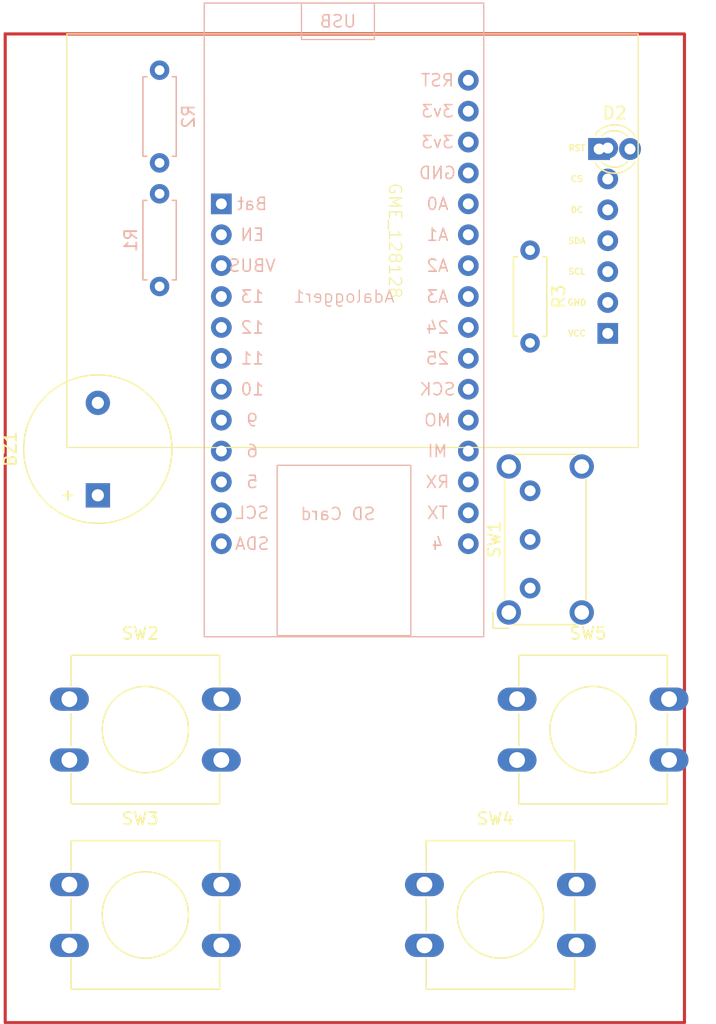
<source format=kicad_pcb>
(kicad_pcb (version 20241229) (generator "pcbnew") (generator_version "9.0")
  (layers (0 "F.Cu" signal) (2 "B.Cu" signal) (13 "F.Paste" user) (15 "B.Paste" user) (5 "F.SilkS" user "F.Silkscreen") (7 "B.SilkS" user "B.Silkscreen") (1 "F.Mask" user) (3 "B.Mask" user) (25 "Edge.Cuts" user))
  (net 0 "")
  (net 2 "Net-(Adalogger1-VBAT)")
  (net 4 "+3V3")
  (net 5 "Net-(Adalogger1-A0{slash}GPIO26)")
  (net 6 "Net-(Adalogger1-D24{slash}GPIO24)")
  (net 8 "Net-(Adalogger1-A1{slash}GPIO27)")
  (net 9 "GND")
  (net 14 "Net-(Adalogger1-EN)")
  (net 15 "Net-(Adalogger1-A3{slash}GPIO29)")
  (net 16 "Net-(Adalogger1-D12{slash}GPIO12)")
  (net 19 "Net-(Adalogger1-D11{slash}GPIO11)")
  (net 20 "Net-(Adalogger1-D10{slash}GPIO10)")
  (net 21 "Net-(Adalogger1-D9{slash}GPIO9)")
  (net 22 "Net-(Adalogger1-D6{slash}GPIO6)")
  (net 23 "Net-(Adalogger1-D13{slash}GPIO13)")
  (net 24 "Net-(Adalogger1-A2{slash}GPIO28)")
  (net 26 "Net-(Adalogger1-D25{slash}GPIO25)")
  (net 29 "Net-(D2-A)")
  (footprint "LED_THT:LED_D3.0mm" (layer "F.Cu") (at 213.96 75.5)
    (property "Reference" "D2" (at 1.27 -2.96 0) (layer "F.SilkS"))
    (property "Value" "LED")
    (fp_line (start -0.29 -1.236) (end -0.29 -1.08) (stroke (width 0.12)) (layer "F.SilkS"))
    (fp_line (start -0.29 1.08) (end -0.29 1.236) (stroke (width 0.12)) (layer "F.SilkS"))
    (fp_arc (start -0.29 -1.235516) (mid 1.36566 -1.987699) (end 2.941437 -1.08) (stroke (width 0.12)) (layer "F.SilkS"))
    (fp_arc (start 0.229039 -1.08) (mid 1.27 -1.5) (end 2.310961 -1.08) (stroke (width 0.12)) (layer "F.SilkS"))
    (fp_arc (start 2.310961 1.08) (mid 1.27 1.5) (end 0.229039 1.08) (stroke (width 0.12)) (layer "F.SilkS"))
    (fp_arc (start 2.941437 1.08) (mid 1.36566 1.987699) (end -0.29 1.235516) (stroke (width 0.12)) (layer "F.SilkS"))
    (pad "1" thru_hole rect (at 0 0) (size 1.8 1.8) (drill 0.9) (layers "*.Cu" "*.Mask") (net 9 "GND"))
    (pad "2" thru_hole circle (at 2.54 0) (size 1.8 1.8) (drill 0.9) (layers "*.Cu" "*.Mask") (net 29 "Net-(D2-A)"))
  )
  (footprint "Button_Switch_THT:SW_PUSH-12mm" (layer "F.Cu") (at 199.59 135.97)
    (property "Reference" "SW4" (at 5.83 -5.41 0) (layer "F.SilkS"))
    (property "Value" "SW_Push")
    (fp_line (start 0.14 -3.61) (end 0.14 -1.1) (stroke (width 0.12)) (layer "F.SilkS"))
    (fp_line (start 0.14 -3.61) (end 12.36 -3.61) (stroke (width 0.12)) (layer "F.SilkS"))
    (fp_line (start 0.14 1.2) (end 0.14 3.8) (stroke (width 0.12)) (layer "F.SilkS"))
    (fp_line (start 0.14 6.1) (end 0.14 8.61) (stroke (width 0.12)) (layer "F.SilkS"))
    (fp_line (start 12.36 -3.61) (end 12.36 -1.1) (stroke (width 0.12)) (layer "F.SilkS"))
    (fp_line (start 12.36 1.2) (end 12.36 3.8) (stroke (width 0.12)) (layer "F.SilkS"))
    (fp_line (start 12.36 6.1) (end 12.36 8.61) (stroke (width 0.12)) (layer "F.SilkS"))
    (fp_line (start 12.36 8.61) (end 0.14 8.61) (stroke (width 0.12)) (layer "F.SilkS"))
    (fp_circle (center 6.25 2.5) (end 9.8 2.5) (stroke (width 0.12)) (fill no) (layer "F.SilkS"))
    (pad "1" thru_hole oval (at 0 0) (size 3.2 1.9) (drill 1.3) (layers "*.Cu" "*.Mask") (net 6 "Net-(Adalogger1-D24{slash}GPIO24)"))
    (pad "1" thru_hole oval (at 12.5 0) (size 3.2 1.9) (drill 1.3) (layers "*.Cu" "*.Mask") (net 6 "Net-(Adalogger1-D24{slash}GPIO24)"))
    (pad "2" thru_hole oval (at 0 5) (size 3.2 1.9) (drill 1.3) (layers "*.Cu" "*.Mask") (net 9 "GND"))
    (pad "2" thru_hole oval (at 12.5 5) (size 3.2 1.9) (drill 1.3) (layers "*.Cu" "*.Mask") (net 9 "GND"))
  )
  (footprint "Button_Switch_THT:SW_PUSH-12mm" (layer "F.Cu") (at 170.38 120.73)
    (property "Reference" "SW2" (at 5.83 -5.41 0) (layer "F.SilkS"))
    (property "Value" "SW_Push")
    (fp_line (start 0.14 -3.61) (end 0.14 -1.1) (stroke (width 0.12)) (layer "F.SilkS"))
    (fp_line (start 0.14 -3.61) (end 12.36 -3.61) (stroke (width 0.12)) (layer "F.SilkS"))
    (fp_line (start 0.14 1.2) (end 0.14 3.8) (stroke (width 0.12)) (layer "F.SilkS"))
    (fp_line (start 0.14 6.1) (end 0.14 8.61) (stroke (width 0.12)) (layer "F.SilkS"))
    (fp_line (start 12.36 -3.61) (end 12.36 -1.1) (stroke (width 0.12)) (layer "F.SilkS"))
    (fp_line (start 12.36 1.2) (end 12.36 3.8) (stroke (width 0.12)) (layer "F.SilkS"))
    (fp_line (start 12.36 6.1) (end 12.36 8.61) (stroke (width 0.12)) (layer "F.SilkS"))
    (fp_line (start 12.36 8.61) (end 0.14 8.61) (stroke (width 0.12)) (layer "F.SilkS"))
    (fp_circle (center 6.25 2.5) (end 9.8 2.5) (stroke (width 0.12)) (fill no) (layer "F.SilkS"))
    (pad "1" thru_hole oval (at 0 0) (size 3.2 1.9) (drill 1.3) (layers "*.Cu" "*.Mask") (net 24 "Net-(Adalogger1-A2{slash}GPIO28)"))
    (pad "1" thru_hole oval (at 12.5 0) (size 3.2 1.9) (drill 1.3) (layers "*.Cu" "*.Mask") (net 24 "Net-(Adalogger1-A2{slash}GPIO28)"))
    (pad "2" thru_hole oval (at 0 5) (size 3.2 1.9) (drill 1.3) (layers "*.Cu" "*.Mask") (net 9 "GND"))
    (pad "2" thru_hole oval (at 12.5 5) (size 3.2 1.9) (drill 1.3) (layers "*.Cu" "*.Mask") (net 9 "GND"))
  )
  (footprint "15_GME_128128_01_SPI_SH1107:128128_SPI_SH1107" (layer "F.Cu") (at 217.17 66.04 -90)
    (property "Reference" "GME_128128" (at 17 20 270) (layer "F.SilkS") (effects (font (thickness 0.1))))
    (property "Value" "SH1107")
    (fp_line (start 0 47) (end 0 0) (stroke (width 0.1)) (layer "F.SilkS"))
    (fp_line (start 34 47) (end 0 47) (stroke (width 0.1)) (layer "F.SilkS"))
    (fp_line (start 0 0) (end 34 0) (stroke (width 0.1)) (layer "F.SilkS"))
    (fp_line (start 34 0) (end 34 47) (stroke (width 0.1)) (layer "F.SilkS"))
    (fp_text user "SDA" (at 17 5.04 0) (layer "F.SilkS") (effects (font (size 0.5 0.5) (thickness 0.1))))
    (fp_text user "GND" (at 22.08 5.04 0) (layer "F.SilkS") (effects (font (size 0.5 0.5) (thickness 0.1))))
    (fp_text user "RST" (at 9.38 5.04 0) (layer "F.SilkS") (effects (font (size 0.5 0.5) (thickness 0.1))))
    (fp_text user "DC" (at 14.46 5.04 0) (layer "F.SilkS") (effects (font (size 0.5 0.5) (thickness 0.1))))
    (fp_text user "CS" (at 11.92 5.04 0) (layer "F.SilkS") (effects (font (size 0.5 0.5) (thickness 0.1))))
    (fp_text user "VCC" (at 24.62 5.04 0) (layer "F.SilkS") (effects (font (size 0.5 0.5) (thickness 0.1))))
    (fp_text user "SCL" (at 19.54 5.04 0) (layer "F.SilkS") (effects (font (size 0.5 0.5) (thickness 0.1))))
    (pad "1" thru_hole rect (at 24.62 2.5 270) (size 1.7 1.7) (drill 0.9) (layers "*.Cu" "*.Mask") (net 4 "+3V3"))
    (pad "2" thru_hole circle (at 22.08 2.5 270) (size 1.7 1.7) (drill 0.9) (layers "*.Cu" "*.Mask") (net 9 "GND"))
    (pad "3" thru_hole circle (at 19.54 2.5 270) (size 1.7 1.7) (drill 0.9) (layers "*.Cu" "*.Mask") (net 23 "Net-(Adalogger1-D13{slash}GPIO13)"))
    (pad "4" thru_hole circle (at 17 2.5 270) (size 1.7 1.7) (drill 0.9) (layers "*.Cu" "*.Mask") (net 16 "Net-(Adalogger1-D12{slash}GPIO12)"))
    (pad "5" thru_hole circle (at 14.46 2.5 270) (size 1.7 1.7) (drill 0.9) (layers "*.Cu" "*.Mask") (net 19 "Net-(Adalogger1-D11{slash}GPIO11)"))
    (pad "6" thru_hole circle (at 11.92 2.5 270) (size 1.7 1.7) (drill 0.9) (layers "*.Cu" "*.Mask") (net 20 "Net-(Adalogger1-D10{slash}GPIO10)"))
    (pad "7" thru_hole circle (at 9.38 2.5 270) (size 1.7 1.7) (drill 0.9) (layers "*.Cu" "*.Mask") (net 21 "Net-(Adalogger1-D9{slash}GPIO9)"))
  )
  (footprint "Button_Switch_THT:SW_PUSH-12mm" (layer "F.Cu") (at 207.21 120.73)
    (property "Reference" "SW5" (at 5.83 -5.41 0) (layer "F.SilkS"))
    (property "Value" "SW_Push")
    (fp_line (start 0.14 -3.61) (end 0.14 -1.1) (stroke (width 0.12)) (layer "F.SilkS"))
    (fp_line (start 0.14 -3.61) (end 12.36 -3.61) (stroke (width 0.12)) (layer "F.SilkS"))
    (fp_line (start 0.14 1.2) (end 0.14 3.8) (stroke (width 0.12)) (layer "F.SilkS"))
    (fp_line (start 0.14 6.1) (end 0.14 8.61) (stroke (width 0.12)) (layer "F.SilkS"))
    (fp_line (start 12.36 -3.61) (end 12.36 -1.1) (stroke (width 0.12)) (layer "F.SilkS"))
    (fp_line (start 12.36 1.2) (end 12.36 3.8) (stroke (width 0.12)) (layer "F.SilkS"))
    (fp_line (start 12.36 6.1) (end 12.36 8.61) (stroke (width 0.12)) (layer "F.SilkS"))
    (fp_line (start 12.36 8.61) (end 0.14 8.61) (stroke (width 0.12)) (layer "F.SilkS"))
    (fp_circle (center 6.25 2.5) (end 9.8 2.5) (stroke (width 0.12)) (fill no) (layer "F.SilkS"))
    (pad "1" thru_hole oval (at 0 0) (size 3.2 1.9) (drill 1.3) (layers "*.Cu" "*.Mask") (net 15 "Net-(Adalogger1-A3{slash}GPIO29)"))
    (pad "1" thru_hole oval (at 12.5 0) (size 3.2 1.9) (drill 1.3) (layers "*.Cu" "*.Mask") (net 15 "Net-(Adalogger1-A3{slash}GPIO29)"))
    (pad "2" thru_hole oval (at 0 5) (size 3.2 1.9) (drill 1.3) (layers "*.Cu" "*.Mask") (net 9 "GND"))
    (pad "2" thru_hole oval (at 12.5 5) (size 3.2 1.9) (drill 1.3) (layers "*.Cu" "*.Mask") (net 9 "GND"))
  )
  (footprint "Buzzer_Beeper:Buzzer_12x9.5RM7.6" (layer "F.Cu") (at 172.72 103.97 90)
    (property "Reference" "BZ1" (at 3.8 -7.2 90) (layer "F.SilkS"))
    (property "Value" "Buzzer")
    (fp_circle (center 3.8 0) (end 9.9 0) (stroke (width 0.12)) (fill no) (layer "F.SilkS"))
    (fp_text user "+" (at -0.01 -2.54 90) (layer "F.SilkS"))
    (pad "1" thru_hole rect (at 0 0 90) (size 2 2) (drill 1) (layers "*.Cu" "*.Mask") (net 26 "Net-(Adalogger1-D25{slash}GPIO25)"))
    (pad "2" thru_hole circle (at 7.6 0 90) (size 2 2) (drill 1) (layers "*.Cu" "*.Mask") (net 9 "GND"))
  )
  (footprint "Button_Switch_THT:SW_PUSH-12mm" (layer "F.Cu") (at 170.38 135.97)
    (property "Reference" "SW3" (at 5.83 -5.41 0) (layer "F.SilkS"))
    (property "Value" "SW_Push")
    (fp_line (start 0.14 -3.61) (end 0.14 -1.1) (stroke (width 0.12)) (layer "F.SilkS"))
    (fp_line (start 0.14 -3.61) (end 12.36 -3.61) (stroke (width 0.12)) (layer "F.SilkS"))
    (fp_line (start 0.14 1.2) (end 0.14 3.8) (stroke (width 0.12)) (layer "F.SilkS"))
    (fp_line (start 0.14 6.1) (end 0.14 8.61) (stroke (width 0.12)) (layer "F.SilkS"))
    (fp_line (start 12.36 -3.61) (end 12.36 -1.1) (stroke (width 0.12)) (layer "F.SilkS"))
    (fp_line (start 12.36 1.2) (end 12.36 3.8) (stroke (width 0.12)) (layer "F.SilkS"))
    (fp_line (start 12.36 6.1) (end 12.36 8.61) (stroke (width 0.12)) (layer "F.SilkS"))
    (fp_line (start 12.36 8.61) (end 0.14 8.61) (stroke (width 0.12)) (layer "F.SilkS"))
    (fp_circle (center 6.25 2.5) (end 9.8 2.5) (stroke (width 0.12)) (fill no) (layer "F.SilkS"))
    (pad "1" thru_hole oval (at 0 0) (size 3.2 1.9) (drill 1.3) (layers "*.Cu" "*.Mask") (net 8 "Net-(Adalogger1-A1{slash}GPIO27)"))
    (pad "1" thru_hole oval (at 12.5 0) (size 3.2 1.9) (drill 1.3) (layers "*.Cu" "*.Mask") (net 8 "Net-(Adalogger1-A1{slash}GPIO27)"))
    (pad "2" thru_hole oval (at 0 5) (size 3.2 1.9) (drill 1.3) (layers "*.Cu" "*.Mask") (net 9 "GND"))
    (pad "2" thru_hole oval (at 12.5 5) (size 3.2 1.9) (drill 1.3) (layers "*.Cu" "*.Mask") (net 9 "GND"))
  )
  (footprint "Button_Switch_THT:SW_E-Switch_EG1224_SPDT_Angled" (layer "F.Cu") (at 208.28 111.6 90)
    (property "Reference" "SW1" (at 4 -2.95 90) (layer "F.SilkS"))
    (property "Value" "SW_SPDT")
    (fp_line (start -3.3 -3.05) (end -2 -3.05) (stroke (width 0.12)) (layer "F.SilkS"))
    (fp_line (start -0.95 -2.1) (end 8.95 -2.1) (stroke (width 0.12)) (layer "F.SilkS"))
    (fp_line (start -3.3 -1.75) (end -3.3 -3.05) (stroke (width 0.12)) (layer "F.SilkS"))
    (fp_line (start 11 -1.35) (end 11 3.85) (stroke (width 0.12)) (layer "F.SilkS"))
    (fp_line (start -3 3.85) (end -3 -1.35) (stroke (width 0.12)) (layer "F.SilkS"))
    (fp_line (start 8.95 4.6) (end -0.95 4.6) (stroke (width 0.12)) (layer "F.SilkS"))
    (pad "" thru_hole circle (at -2 -1.75 90) (size 2 2) (drill 1.2) (layers "*.Cu" "*.Mask"))
    (pad "" thru_hole circle (at -2 4.25 90) (size 2 2) (drill 1.2) (layers "*.Cu" "*.Mask"))
    (pad "" thru_hole circle (at 10 -1.75 90) (size 2 2) (drill 1.2) (layers "*.Cu" "*.Mask"))
    (pad "" thru_hole circle (at 10 4.25 90) (size 2 2) (drill 1.2) (layers "*.Cu" "*.Mask"))
    (pad "1" thru_hole circle (at 0 0 90) (size 1.7 1.7) (drill 0.9) (layers "*.Cu" "*.Mask"))
    (pad "2" thru_hole circle (at 4 0 90) (size 1.7 1.7) (drill 0.9) (layers "*.Cu" "*.Mask") (net 14 "Net-(Adalogger1-EN)"))
    (pad "3" thru_hole circle (at 8 0 90) (size 1.7 1.7) (drill 0.9) (layers "*.Cu" "*.Mask") (net 9 "GND"))
  )
  (footprint "Resistor_THT:R_Axial_DIN0207_L6.3mm_D2.5mm_P7.62mm_Horizontal" (layer "F.Cu") (at 208.28 83.82 -90)
    (property "Reference" "R3" (at 3.81 -2.37 90) (layer "F.SilkS"))
    (property "Value" "1k")
    (fp_line (start 0.54 1.37) (end 7.08 1.37) (stroke (width 0.12)) (layer "F.SilkS"))
    (fp_line (start 7.08 1.37) (end 7.08 1.04) (stroke (width 0.12)) (layer "F.SilkS"))
    (fp_line (start 0.54 1.04) (end 0.54 1.37) (stroke (width 0.12)) (layer "F.SilkS"))
    (fp_line (start 0.54 -1.04) (end 0.54 -1.37) (stroke (width 0.12)) (layer "F.SilkS"))
    (fp_line (start 0.54 -1.37) (end 7.08 -1.37) (stroke (width 0.12)) (layer "F.SilkS"))
    (fp_line (start 7.08 -1.37) (end 7.08 -1.04) (stroke (width 0.12)) (layer "F.SilkS"))
    (pad "1" thru_hole circle (at 0 0 270) (size 1.6 1.6) (drill 0.8) (layers "*.Cu" "*.Mask") (net 22 "Net-(Adalogger1-D6{slash}GPIO6)"))
    (pad "2" thru_hole circle (at 7.62 0 270) (size 1.6 1.6) (drill 0.8) (layers "*.Cu" "*.Mask") (net 29 "Net-(D2-A)"))
  )
  (footprint "Resistor_THT:R_Axial_DIN0207_L6.3mm_D2.5mm_P7.62mm_Horizontal" (layer "B.Cu") (at 177.8 76.64 90)
    (property "Reference" "R2" (at 3.81 2.37 90) (layer "B.SilkS") (effects (justify mirror)))
    (property "Value" "100k")
    (fp_line (start 7.08 -1.37) (end 7.08 -1.04) (stroke (width 0.12)) (layer "B.SilkS"))
    (fp_line (start 0.54 -1.37) (end 7.08 -1.37) (stroke (width 0.12)) (layer "B.SilkS"))
    (fp_line (start 0.54 -1.04) (end 0.54 -1.37) (stroke (width 0.12)) (layer "B.SilkS"))
    (fp_line (start 0.54 1.04) (end 0.54 1.37) (stroke (width 0.12)) (layer "B.SilkS"))
    (fp_line (start 7.08 1.37) (end 7.08 1.04) (stroke (width 0.12)) (layer "B.SilkS"))
    (fp_line (start 0.54 1.37) (end 7.08 1.37) (stroke (width 0.12)) (layer "B.SilkS"))
    (pad "1" thru_hole circle (at 0 0 90) (size 1.6 1.6) (drill 0.8) (layers "*.Cu" "*.Mask") (net 9 "GND"))
    (pad "2" thru_hole circle (at 7.62 0 90) (size 1.6 1.6) (drill 0.8) (layers "*.Cu" "*.Mask") (net 5 "Net-(Adalogger1-A0{slash}GPIO26)"))
  )
  (footprint "Resistor_THT:R_Axial_DIN0207_L6.3mm_D2.5mm_P7.62mm_Horizontal" (layer "B.Cu") (at 177.8 79.18 -90)
    (property "Reference" "R1" (at 3.81 2.37 90) (layer "B.SilkS") (effects (justify mirror)))
    (property "Value" "100k")
    (fp_line (start 0.54 1.37) (end 7.08 1.37) (stroke (width 0.12)) (layer "B.SilkS"))
    (fp_line (start 7.08 1.37) (end 7.08 1.04) (stroke (width 0.12)) (layer "B.SilkS"))
    (fp_line (start 0.54 1.04) (end 0.54 1.37) (stroke (width 0.12)) (layer "B.SilkS"))
    (fp_line (start 0.54 -1.04) (end 0.54 -1.37) (stroke (width 0.12)) (layer "B.SilkS"))
    (fp_line (start 0.54 -1.37) (end 7.08 -1.37) (stroke (width 0.12)) (layer "B.SilkS"))
    (fp_line (start 7.08 -1.37) (end 7.08 -1.04) (stroke (width 0.12)) (layer "B.SilkS"))
    (pad "1" thru_hole circle (at 0 0 270) (size 1.6 1.6) (drill 0.8) (layers "*.Cu" "*.Mask") (net 5 "Net-(Adalogger1-A0{slash}GPIO26)"))
    (pad "2" thru_hole circle (at 7.62 0 270) (size 1.6 1.6) (drill 0.8) (layers "*.Cu" "*.Mask") (net 2 "Net-(Adalogger1-VBAT)"))
  )
  (footprint "adafruit_feather_adalogger_RP2040:Adafruit_Feather_Adalogger_RP2040" (layer "B.Cu") (at 204.47 63.5 180)
    (property "Reference" "Adalogger1" (at 11.5 -24.13 0) (layer "B.SilkS") (effects (font (thickness 0.1)) (justify mirror)))
    (property "Value" "Adafruit Feather Adalogger RP2040")
    (fp_line (start 23 0) (end 23 -52.1) (stroke (width 0.1)) (layer "B.SilkS"))
    (fp_line (start 23 -52.1) (end 0 -52.1) (stroke (width 0.1)) (layer "B.SilkS"))
    (fp_line (start 0 0) (end 23 0) (stroke (width 0.1)) (layer "B.SilkS"))
    (fp_line (start 0 -52.1) (end 0 0) (stroke (width 0.1)) (layer "B.SilkS"))
    (fp_rect (start 9 0) (end 15 -3) (stroke (width 0.1)) (fill no) (layer "B.SilkS"))
    (fp_rect (start 6 -38) (end 17 -52) (stroke (width 0.1)) (fill no) (layer "B.SilkS"))
    (fp_text user "10" (at 19.05 -31.75 0) (layer "B.SilkS") (effects (font (thickness 0.125)) (justify mirror)))
    (fp_text user "SCK" (at 3.81 -31.75 0) (layer "B.SilkS") (effects (font (thickness 0.125)) (justify mirror)))
    (fp_text user "3v3" (at 3.81 -8.89 0) (layer "B.SilkS") (effects (font (thickness 0.125)) (justify mirror)))
    (fp_text user "24" (at 3.81 -26.67 0) (layer "B.SilkS") (effects (font (thickness 0.125)) (justify mirror)))
    (fp_text user "GND" (at 3.81 -13.97 0) (layer "B.SilkS") (effects (font (thickness 0.125)) (justify mirror)))
    (fp_text user "5" (at 19.05 -39.37 0) (layer "B.SilkS") (effects (font (thickness 0.125)) (justify mirror)))
    (fp_text user "MI" (at 3.81 -36.83 0) (layer "B.SilkS") (effects (font (thickness 0.125)) (justify mirror)))
    (fp_text user "11" (at 19.05 -29.21 0) (layer "B.SilkS") (effects (font (thickness 0.125)) (justify mirror)))
    (fp_text user "4" (at 3.81 -44.45 0) (layer "B.SilkS") (effects (font (thickness 0.125)) (justify mirror)))
    (fp_text user "SD Card" (at 12 -42 0) (layer "B.SilkS") (effects (font (thickness 0.125)) (justify mirror)))
    (fp_text user "RX" (at 3.81 -39.37 0) (layer "B.SilkS") (effects (font (thickness 0.125)) (justify mirror)))
    (fp_text user "TX" (at 3.81 -41.91 0) (layer "B.SilkS") (effects (font (thickness 0.125)) (justify mirror)))
    (fp_text user "USB" (at 12 -1.5 0) (layer "B.SilkS") (effects (font (thickness 0.125)) (justify mirror)))
    (fp_text user "13" (at 19.05 -24.13 0) (layer "B.SilkS") (effects (font (thickness 0.125)) (justify mirror)))
    (fp_text user "VBUS" (at 19.05 -21.59 0) (layer "B.SilkS") (effects (font (thickness 0.125)) (justify mirror)))
    (fp_text user "Bat" (at 19.05 -16.51 0) (layer "B.SilkS") (effects (font (thickness 0.125)) (justify mirror)))
    (fp_text user "25" (at 3.81 -29.21 0) (layer "B.SilkS") (effects (font (thickness 0.125)) (justify mirror)))
    (fp_text user "SCL" (at 19.05 -41.91 0) (layer "B.SilkS") (effects (font (thickness 0.125)) (justify mirror)))
    (fp_text user "A2" (at 3.81 -21.59 0) (layer "B.SilkS") (effects (font (thickness 0.125)) (justify mirror)))
    (fp_text user "EN" (at 19.05 -19.05 0) (layer "B.SilkS") (effects (font (thickness 0.125)) (justify mirror)))
    (fp_text user "6" (at 19.05 -36.83 0) (layer "B.SilkS") (effects (font (thickness 0.125)) (justify mirror)))
    (fp_text user "A1" (at 3.81 -19.05 0) (layer "B.SilkS") (effects (font (thickness 0.125)) (justify mirror)))
    (fp_text user "MO" (at 3.81 -34.29 0) (layer "B.SilkS") (effects (font (thickness 0.125)) (justify mirror)))
    (fp_text user "12" (at 19.05 -26.67 0) (layer "B.SilkS") (effects (font (thickness 0.125)) (justify mirror)))
    (fp_text user "SDA" (at 19.05 -44.45 0) (layer "B.SilkS") (effects (font (thickness 0.125)) (justify mirror)))
    (fp_text user "RST" (at 3.81 -6.35 0) (layer "B.SilkS") (effects (font (thickness 0.125)) (justify mirror)))
    (fp_text user "3v3" (at 3.81 -11.43 0) (layer "B.SilkS") (effects (font (thickness 0.125)) (justify mirror)))
    (fp_text user "A3" (at 3.81 -24.13 0) (layer "B.SilkS") (effects (font (thickness 0.125)) (justify mirror)))
    (fp_text user "9" (at 19.05 -34.29 0) (layer "B.SilkS") (effects (font (thickness 0.125)) (justify mirror)))
    (fp_text user "A0" (at 3.81 -16.51 0) (layer "B.SilkS") (effects (font (thickness 0.125)) (justify mirror)))
    (pad "1" thru_hole circle (at 21.59 -44.45 90) (size 1.7 1.7) (drill 0.9) (layers "*.Cu" "*.Mask"))
    (pad "2" thru_hole circle (at 21.59 -41.91 90) (size 1.7 1.7) (drill 0.9) (layers "*.Cu" "*.Mask"))
    (pad "3" thru_hole circle (at 21.59 -39.37 90) (size 1.7 1.7) (drill 0.9) (layers "*.Cu" "*.Mask"))
    (pad "4" thru_hole circle (at 21.59 -36.83 90) (size 1.7 1.7) (drill 0.9) (layers "*.Cu" "*.Mask") (net 22 "Net-(Adalogger1-D6{slash}GPIO6)"))
    (pad "5" thru_hole circle (at 21.59 -34.29 90) (size 1.7 1.7) (drill 0.9) (layers "*.Cu" "*.Mask") (net 21 "Net-(Adalogger1-D9{slash}GPIO9)"))
    (pad "6" thru_hole circle (at 21.59 -31.75 90) (size 1.7 1.7) (drill 0.9) (layers "*.Cu" "*.Mask") (net 20 "Net-(Adalogger1-D10{slash}GPIO10)"))
    (pad "7" thru_hole circle (at 21.59 -29.21 90) (size 1.7 1.7) (drill 0.9) (layers "*.Cu" "*.Mask") (net 19 "Net-(Adalogger1-D11{slash}GPIO11)"))
    (pad "8" thru_hole circle (at 21.59 -26.67 90) (size 1.7 1.7) (drill 0.9) (layers "*.Cu" "*.Mask") (net 16 "Net-(Adalogger1-D12{slash}GPIO12)"))
    (pad "9" thru_hole circle (at 21.59 -24.13 90) (size 1.7 1.7) (drill 0.9) (layers "*.Cu" "*.Mask") (net 23 "Net-(Adalogger1-D13{slash}GPIO13)"))
    (pad "10" thru_hole circle (at 21.59 -21.59 90) (size 1.7 1.7) (drill 0.9) (layers "*.Cu" "*.Mask"))
    (pad "11" thru_hole circle (at 21.59 -19.05 90) (size 1.7 1.7) (drill 0.9) (layers "*.Cu" "*.Mask") (net 14 "Net-(Adalogger1-EN)"))
    (pad "12" thru_hole rect (at 21.59 -16.51 90) (size 1.7 1.7) (drill 0.9) (layers "*.Cu" "*.Mask") (net 2 "Net-(Adalogger1-VBAT)"))
    (pad "13" thru_hole circle (at 1.27 -44.45 90) (size 1.7 1.7) (drill 0.9) (layers "*.Cu" "*.Mask"))
    (pad "14" thru_hole circle (at 1.27 -41.91 90) (size 1.7 1.7) (drill 0.9) (layers "*.Cu" "*.Mask"))
    (pad "15" thru_hole circle (at 1.27 -39.37 90) (size 1.7 1.7) (drill 0.9) (layers "*.Cu" "*.Mask"))
    (pad "16" thru_hole circle (at 1.27 -36.83 90) (size 1.7 1.7) (drill 0.9) (layers "*.Cu" "*.Mask"))
    (pad "17" thru_hole circle (at 1.27 -34.29 90) (size 1.7 1.7) (drill 0.9) (layers "*.Cu" "*.Mask"))
    (pad "18" thru_hole circle (at 1.27 -31.75 90) (size 1.7 1.7) (drill 0.9) (layers "*.Cu" "*.Mask"))
    (pad "19" thru_hole circle (at 1.27 -29.21 90) (size 1.7 1.7) (drill 0.9) (layers "*.Cu" "*.Mask") (net 26 "Net-(Adalogger1-D25{slash}GPIO25)"))
    (pad "20" thru_hole circle (at 1.27 -26.67 90) (size 1.7 1.7) (drill 0.9) (layers "*.Cu" "*.Mask") (net 6 "Net-(Adalogger1-D24{slash}GPIO24)"))
    (pad "21" thru_hole circle (at 1.27 -24.13 90) (size 1.7 1.7) (drill 0.9) (layers "*.Cu" "*.Mask") (net 15 "Net-(Adalogger1-A3{slash}GPIO29)"))
    (pad "22" thru_hole circle (at 1.27 -21.59 90) (size 1.7 1.7) (drill 0.9) (layers "*.Cu" "*.Mask") (net 24 "Net-(Adalogger1-A2{slash}GPIO28)"))
    (pad "23" thru_hole circle (at 1.27 -19.05 90) (size 1.7 1.7) (drill 0.9) (layers "*.Cu" "*.Mask") (net 8 "Net-(Adalogger1-A1{slash}GPIO27)"))
    (pad "24" thru_hole circle (at 1.27 -16.51 90) (size 1.7 1.7) (drill 0.9) (layers "*.Cu" "*.Mask") (net 5 "Net-(Adalogger1-A0{slash}GPIO26)"))
    (pad "25" thru_hole circle (at 1.27 -13.97 90) (size 1.7 1.7) (drill 0.9) (layers "*.Cu" "*.Mask") (net 9 "GND"))
    (pad "26" thru_hole circle (at 1.27 -11.43 90) (size 1.7 1.7) (drill 0.9) (layers "*.Cu" "*.Mask"))
    (pad "27" thru_hole circle (at 1.27 -8.89 90) (size 1.7 1.7) (drill 0.9) (layers "*.Cu" "*.Mask") (net 4 "+3V3"))
    (pad "28" thru_hole circle (at 1.27 -6.35 90) (size 1.7 1.7) (drill 0.9) (layers "*.Cu" "*.Mask"))
  )
  (gr_rect (start 165.1 66.04) (end 220.98 147.32) (stroke (width 0.254)) (fill no) (layer "F.Cu") (net 18))
)
</source>
